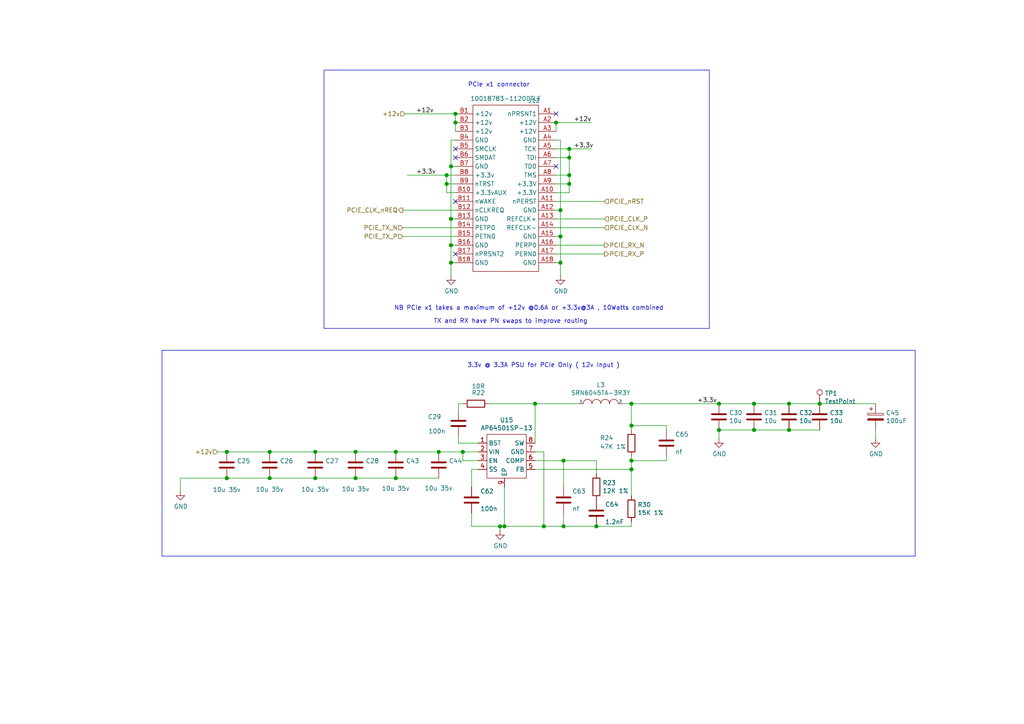
<source format=kicad_sch>
(kicad_sch (version 20211123) (generator eeschema)
  (paper "A4")
  (title_block (title "Compute Module 4 IO Board - PCIe") (rev "1") (company "(c) Raspberry Pi Trading 2020") (comment 1 "www.raspberrypi.org"))
  (lib_symbols
    (symbol "CM4IO:AP64351"
      (property "Reference" "U" (at 0 8.89 0))
      (property "Value" "AP64351" (at 1.27 6.35 0))
      (symbol "AP64351_0_1"
        (rectangle (start -5.08 5.08) (end 6.35 -7.62))
      )
      (symbol "AP64351_1_1"
        (pin passive line (at -7.62 2.54 0) (length 2.54) (name "BST") (number "1"))
        (pin power_in line (at -7.62 0 0) (length 2.54) (name "VIN") (number "2"))
        (pin input line (at -7.62 -2.54 0) (length 2.54) (name "EN") (number "3"))
        (pin input line (at -7.62 -5.08 0) (length 2.54) (name "SS") (number "4"))
        (pin input line (at 8.89 -5.08 180) (length 2.54) (name "FB") (number "5"))
        (pin input line (at 8.89 -2.54 180) (length 2.54) (name "COMP") (number "6"))
        (pin power_in line (at 8.89 0 180) (length 2.54) (name "GND") (number "7"))
        (pin output line (at 8.89 2.54 180) (length 2.54) (name "SW") (number "8"))
        (pin passive line (at 0 -10.16 90) (length 2.54) (name "EP") (number "9"))
      )
    )
    (symbol "CM4IO:PCIe-x1"
      (property "Reference" "J" (at -13.97 36.83 0))
      (property "Value" "PCIe-x1" (at -5.08 -13.97 0))
      (symbol "PCIe-x1_0_0"
        (pin passive line (at 10.16 33.02 180) (length 5.08) (name "nPRSNT1") (number "A1"))
        (pin power_in line (at 10.16 10.16 180) (length 5.08) (name "+3.3V") (number "A10"))
        (pin input line (at 10.16 7.62 180) (length 5.08) (name "nPERST") (number "A11"))
        (pin power_in line (at 10.16 5.08 180) (length 5.08) (name "GND") (number "A12"))
        (pin input line (at 10.16 2.54 180) (length 5.08) (name "REFCLK+") (number "A13"))
        (pin input line (at 10.16 0 180) (length 5.08) (name "REFCLK-") (number "A14"))
        (pin power_in line (at 10.16 -2.54 180) (length 5.08) (name "GND") (number "A15"))
        (pin output line (at 10.16 -5.08 180) (length 5.08) (name "PERP0") (number "A16"))
        (pin output line (at 10.16 -7.62 180) (length 5.08) (name "PERN0") (number "A17"))
        (pin power_in line (at 10.16 -10.16 180) (length 5.08) (name "GND") (number "A18"))
        (pin power_in line (at 10.16 30.48 180) (length 5.08) (name "+12V") (number "A2"))
        (pin power_in line (at 10.16 27.94 180) (length 5.08) (name "+12V") (number "A3"))
        (pin power_in line (at 10.16 25.4 180) (length 5.08) (name "GND") (number "A4"))
        (pin input line (at 10.16 22.86 180) (length 5.08) (name "TCK") (number "A5"))
        (pin input line (at 10.16 20.32 180) (length 5.08) (name "TDI") (number "A6"))
        (pin output line (at 10.16 17.78 180) (length 5.08) (name "TD0") (number "A7"))
        (pin input line (at 10.16 15.24 180) (length 5.08) (name "TMS") (number "A8"))
        (pin power_in line (at 10.16 12.7 180) (length 5.08) (name "+3.3V") (number "A9"))
        (pin power_in line (at -19.05 33.02 0) (length 5.08) (name "+12v") (number "B1"))
        (pin power_in line (at -19.05 10.16 0) (length 5.08) (name "+3.3vAUX") (number "B10"))
        (pin open_collector line (at -19.05 7.62 0) (length 5.08) (name "nWAKE") (number "B11"))
        (pin open_collector line (at -19.05 5.08 0) (length 5.08) (name "nCLKREQ") (number "B12"))
        (pin power_in line (at -19.05 2.54 0) (length 5.08) (name "GND") (number "B13"))
        (pin input line (at -19.05 0 0) (length 5.08) (name "PETP0") (number "B14"))
        (pin input line (at -19.05 -2.54 0) (length 5.08) (name "PETN0") (number "B15"))
        (pin power_in line (at -19.05 -5.08 0) (length 5.08) (name "GND") (number "B16"))
        (pin passive line (at -19.05 -7.62 0) (length 5.08) (name "nPRSNT2") (number "B17"))
        (pin power_in line (at -19.05 -10.16 0) (length 5.08) (name "GND") (number "B18"))
        (pin power_in line (at -19.05 30.48 0) (length 5.08) (name "+12v") (number "B2"))
        (pin power_in line (at -19.05 27.94 0) (length 5.08) (name "+12v") (number "B3"))
        (pin power_in line (at -19.05 25.4 0) (length 5.08) (name "GND") (number "B4"))
        (pin passive line (at -19.05 22.86 0) (length 5.08) (name "SMCLK") (number "B5"))
        (pin passive line (at -19.05 20.32 0) (length 5.08) (name "SMDAT") (number "B6"))
        (pin power_in line (at -19.05 17.78 0) (length 5.08) (name "GND") (number "B7"))
        (pin power_in line (at -19.05 15.24 0) (length 5.08) (name "+3.3v") (number "B8"))
        (pin input line (at -19.05 12.7 0) (length 5.08) (name "nTRST") (number "B9"))
      )
      (symbol "PCIe-x1_0_1"
        (rectangle (start -13.97 35.56) (end 5.08 -12.7))
      )
    )
    (symbol "Connector:TestPoint" (pin_numbers hide) (pin_names (offset 0.762) hide)
      (property "Reference" "TP" (at 0 6.858 0))
      (property "Value" "TestPoint" (at 0 5.08 0))
      (symbol "TestPoint_0_1"
        (circle (center 0 3.302) (radius 0.762))
      )
      (symbol "TestPoint_1_1"
        (pin passive line (at 0 0 90) (length 2.54) (name "1") (number "1"))
      )
    )
    (symbol "Device:C" (pin_numbers hide) (pin_names (offset 0.254))
      (property "Reference" "C" (at 0.635 2.54 0))
      (property "Value" "C" (at 0.635 -2.54 0))
      (symbol "C_0_1"
        (polyline (pts (xy -2.032 -0.762) (xy 2.032 -0.762)) (stroke (width 0.508)))
        (polyline (pts (xy -2.032 0.762) (xy 2.032 0.762)) (stroke (width 0.508)))
      )
      (symbol "C_1_1"
        (pin passive line (at 0 3.81 270) (length 2.794) (name "~") (number "1"))
        (pin passive line (at 0 -3.81 90) (length 2.794) (name "~") (number "2"))
      )
    )
    (symbol "Device:CP" (pin_numbers hide) (pin_names (offset 0.254))
      (property "Reference" "C" (at 0.635 2.54 0))
      (property "Value" "CP" (at 0.635 -2.54 0))
      (symbol "CP_0_1"
        (rectangle (start -2.286 0.508) (end 2.286 1.016))
        (polyline (pts (xy -1.778 2.286) (xy -0.762 2.286)))
        (polyline (pts (xy -1.27 2.794) (xy -1.27 1.778)))
        (rectangle (start 2.286 -0.508) (end -2.286 -1.016) (fill (type outline)))
      )
      (symbol "CP_1_1"
        (pin passive line (at 0 3.81 270) (length 2.794) (name "~") (number "1"))
        (pin passive line (at 0 -3.81 90) (length 2.794) (name "~") (number "2"))
      )
    )
    (symbol "Device:R" (pin_numbers hide) (pin_names (offset 0))
      (property "Reference" "R" (at 2.032 0 90))
      (property "Value" "R" (at 0 0 90))
      (symbol "R_0_1"
        (rectangle (start -1.016 -2.54) (end 1.016 2.54) (stroke (width 0.254)))
      )
      (symbol "R_1_1"
        (pin passive line (at 0 3.81 270) (length 1.27) (name "~") (number "1"))
        (pin passive line (at 0 -3.81 90) (length 1.27) (name "~") (number "2"))
      )
    )
    (symbol "power:GND" (power) (pin_names (offset 0))
      (property "Value" "GND" (at 0 -3.81 0))
      (symbol "GND_0_1"
        (polyline (pts (xy 0 0) (xy 0 -1.27) (xy 1.27 -1.27) (xy 0 -2.54) (xy -1.27 -1.27) (xy 0 -1.27)))
      )
      (symbol "GND_1_1"
        (pin power_in line (at 0 0 270) (length 0) hide (name "GND") (number "1"))
      )
    )
    (symbol "pspice:INDUCTOR" (pin_numbers hide) (pin_names (offset 0))
      (property "Reference" "L" (at 0 2.54 0))
      (property "Value" "INDUCTOR" (at 0 -1.27 0))
      (symbol "INDUCTOR_0_1"
        (arc (start -2.54 0) (mid -3.81 1.27) (end -5.08 0))
        (arc (start 0 0) (mid -1.27 1.27) (end -2.54 0))
        (arc (start 2.54 0) (mid 1.27 1.27) (end 0 0))
        (arc (start 5.08 0) (mid 3.81 1.27) (end 2.54 0))
      )
      (symbol "INDUCTOR_1_1"
        (pin input line (at -6.35 0 0) (length 1.27) (name "1") (number "1"))
        (pin input line (at 6.35 0 180) (length 1.27) (name "2") (number "2"))
      )
    )
  )
  (junction (at 183.134 117.094) (diameter 1.016))
  (junction (at 129.54 50.8) (diameter 1.016))
  (junction (at 183.134 133.604) (diameter 1.016))
  (junction (at 78.232 138.684) (diameter 1.016))
  (junction (at 132.08 35.56) (diameter 1.016))
  (junction (at 228.854 124.714) (diameter 1.016))
  (junction (at 129.54 53.34) (diameter 1.016))
  (junction (at 65.786 131.064) (diameter 1.016))
  (junction (at 132.08 33.02) (diameter 1.016))
  (junction (at 127.254 131.064) (diameter 1.016))
  (junction (at 165.1 43.18) (diameter 1.016))
  (junction (at 134.239 131.064) (diameter 1.016))
  (junction (at 218.694 117.094) (diameter 1.016))
  (junction (at 237.744 117.094) (diameter 1.016))
  (junction (at 183.134 136.144) (diameter 1.016))
  (junction (at 172.974 152.654) (diameter 1.016))
  (junction (at 163.449 133.604) (diameter 1.016))
  (junction (at 228.854 117.094) (diameter 1.016))
  (junction (at 165.1 50.8) (diameter 1.016))
  (junction (at 162.56 76.2) (diameter 1.016))
  (junction (at 103.124 131.064) (diameter 1.016))
  (junction (at 78.232 131.064) (diameter 1.016))
  (junction (at 165.1 53.34) (diameter 1.016))
  (junction (at 130.81 71.12) (diameter 1.016))
  (junction (at 103.124 138.684) (diameter 1.016))
  (junction (at 130.81 63.5) (diameter 1.016))
  (junction (at 157.734 152.654) (diameter 1.016))
  (junction (at 146.304 152.654) (diameter 1.016))
  (junction (at 130.81 48.26) (diameter 1.016))
  (junction (at 183.134 123.444) (diameter 1.016))
  (junction (at 208.534 117.094) (diameter 1.016))
  (junction (at 91.44 131.064) (diameter 1.016))
  (junction (at 162.56 60.96) (diameter 1.016))
  (junction (at 145.034 152.654) (diameter 1.016))
  (junction (at 114.808 138.684) (diameter 1.016))
  (junction (at 163.449 152.654) (diameter 1.016))
  (junction (at 161.29 35.56) (diameter 1.016))
  (junction (at 91.44 138.684) (diameter 1.016))
  (junction (at 162.56 68.58) (diameter 1.016))
  (junction (at 114.808 131.064) (diameter 1.016))
  (junction (at 65.786 138.684) (diameter 1.016))
  (junction (at 155.194 117.094) (diameter 1.016))
  (junction (at 208.534 124.714) (diameter 1.016))
  (junction (at 165.1 45.72) (diameter 1.016))
  (junction (at 130.81 76.2) (diameter 1.016))
  (junction (at 218.694 124.714) (diameter 1.016))
  (no_connect (at 132.08 45.72))
  (no_connect (at 132.08 58.42))
  (no_connect (at 161.29 48.26))
  (no_connect (at 132.08 43.18))
  (no_connect (at 132.08 73.66))
  (no_connect (at 161.29 33.02))
  (wire (pts (xy 161.29 73.66) (xy 175.26 73.66)))
  (wire (pts (xy 63.119 131.064) (xy 65.786 131.064)))
  (wire (pts (xy 161.29 38.1) (xy 161.29 35.56)))
  (polyline (pts (xy 265.43 101.6) (xy 265.43 161.29)) (stroke (width 0) (type solid)))
  (wire (pts (xy 183.134 123.444) (xy 193.294 123.444)))
  (wire (pts (xy 136.779 136.144) (xy 136.779 141.224)))
  (wire (pts (xy 163.449 133.604) (xy 163.449 141.224)))
  (wire (pts (xy 129.54 50.8) (xy 132.08 50.8)))
  (wire (pts (xy 183.134 117.094) (xy 183.134 123.444)))
  (wire (pts (xy 161.29 40.64) (xy 162.56 40.64)))
  (wire (pts (xy 180.594 117.094) (xy 183.134 117.094)))
  (wire (pts (xy 130.81 40.64) (xy 130.81 48.26)))
  (wire (pts (xy 78.232 131.064) (xy 91.44 131.064)))
  (wire (pts (xy 162.56 40.64) (xy 162.56 60.96)))
  (polyline (pts (xy 205.74 20.32) (xy 205.74 95.25)) (stroke (width 0) (type solid)))
  (wire (pts (xy 237.744 124.714) (xy 228.854 124.714)))
  (wire (pts (xy 127.254 131.064) (xy 134.239 131.064)))
  (wire (pts (xy 228.854 117.094) (xy 237.744 117.094)))
  (wire (pts (xy 218.694 117.094) (xy 228.854 117.094)))
  (wire (pts (xy 161.29 58.42) (xy 175.26 58.42)))
  (wire (pts (xy 161.29 55.88) (xy 165.1 55.88)))
  (wire (pts (xy 117.475 33.02) (xy 132.08 33.02)))
  (wire (pts (xy 132.969 118.999) (xy 132.969 117.094)))
  (wire (pts (xy 162.56 68.58) (xy 162.56 76.2)))
  (wire (pts (xy 130.81 71.12) (xy 130.81 76.2)))
  (wire (pts (xy 183.134 152.654) (xy 183.134 151.384)))
  (polyline (pts (xy 46.99 101.6) (xy 265.43 101.6)) (stroke (width 0) (type solid)))
  (wire (pts (xy 253.9492 124.714) (xy 253.9492 127.254)))
  (wire (pts (xy 161.29 66.04) (xy 175.26 66.04)))
  (wire (pts (xy 138.684 136.144) (xy 136.779 136.144)))
  (wire (pts (xy 52.324 138.684) (xy 65.786 138.684)))
  (wire (pts (xy 183.134 117.094) (xy 208.534 117.094)))
  (wire (pts (xy 165.1 45.72) (xy 165.1 50.8)))
  (wire (pts (xy 129.54 55.88) (xy 132.08 55.88)))
  (wire (pts (xy 218.694 124.714) (xy 208.534 124.714)))
  (wire (pts (xy 162.56 76.2) (xy 161.29 76.2)))
  (wire (pts (xy 130.81 63.5) (xy 130.81 71.12)))
  (wire (pts (xy 237.744 117.094) (xy 253.9492 117.094)))
  (wire (pts (xy 132.08 35.56) (xy 132.08 33.02)))
  (wire (pts (xy 52.324 138.684) (xy 52.324 142.494)))
  (wire (pts (xy 165.1 43.18) (xy 171.45 43.18)))
  (wire (pts (xy 163.449 133.604) (xy 172.974 133.604)))
  (wire (pts (xy 132.08 38.1) (xy 132.08 35.56)))
  (wire (pts (xy 161.29 68.58) (xy 162.56 68.58)))
  (wire (pts (xy 157.734 131.064) (xy 157.734 152.654)))
  (wire (pts (xy 136.779 152.654) (xy 145.034 152.654)))
  (wire (pts (xy 114.808 138.684) (xy 127.254 138.684)))
  (wire (pts (xy 161.29 35.56) (xy 171.45 35.56)))
  (wire (pts (xy 163.449 152.654) (xy 172.974 152.654)))
  (wire (pts (xy 129.54 53.34) (xy 132.08 53.34)))
  (wire (pts (xy 155.194 136.144) (xy 183.134 136.144)))
  (wire (pts (xy 129.54 53.34) (xy 129.54 55.88)))
  (wire (pts (xy 134.239 131.064) (xy 134.239 133.604)))
  (wire (pts (xy 132.969 117.094) (xy 134.239 117.094)))
  (wire (pts (xy 165.1 43.18) (xy 165.1 45.72)))
  (wire (pts (xy 118.11 50.8) (xy 129.54 50.8)))
  (wire (pts (xy 132.08 60.96) (xy 116.84 60.96)))
  (wire (pts (xy 141.859 117.094) (xy 155.194 117.094)))
  (wire (pts (xy 103.124 138.684) (xy 114.808 138.684)))
  (polyline (pts (xy 93.98 95.25) (xy 93.98 20.32)) (stroke (width 0) (type solid)))
  (wire (pts (xy 162.56 60.96) (xy 162.56 68.58)))
  (wire (pts (xy 157.734 152.654) (xy 163.449 152.654)))
  (wire (pts (xy 65.786 138.684) (xy 78.232 138.684)))
  (wire (pts (xy 165.1 50.8) (xy 165.1 53.34)))
  (wire (pts (xy 132.08 71.12) (xy 130.81 71.12)))
  (wire (pts (xy 129.54 50.8) (xy 129.54 53.34)))
  (wire (pts (xy 193.294 123.444) (xy 193.294 124.714)))
  (wire (pts (xy 161.29 43.18) (xy 165.1 43.18)))
  (wire (pts (xy 146.304 152.654) (xy 157.734 152.654)))
  (wire (pts (xy 65.786 131.064) (xy 78.232 131.064)))
  (wire (pts (xy 132.08 40.64) (xy 130.81 40.64)))
  (wire (pts (xy 208.534 117.094) (xy 218.694 117.094)))
  (wire (pts (xy 145.034 153.924) (xy 145.034 152.654)))
  (wire (pts (xy 208.534 124.714) (xy 208.534 127.254)))
  (wire (pts (xy 155.194 133.604) (xy 163.449 133.604)))
  (wire (pts (xy 155.194 117.094) (xy 155.194 128.524)))
  (wire (pts (xy 163.449 148.844) (xy 163.449 152.654)))
  (wire (pts (xy 172.974 137.414) (xy 172.974 133.604)))
  (wire (pts (xy 132.08 68.58) (xy 116.84 68.58)))
  (wire (pts (xy 130.81 76.2) (xy 130.81 80.01)))
  (polyline (pts (xy 205.74 95.25) (xy 93.98 95.25)) (stroke (width 0) (type solid)))
  (wire (pts (xy 136.779 148.844) (xy 136.779 152.654)))
  (wire (pts (xy 78.232 138.684) (xy 91.44 138.684)))
  (wire (pts (xy 132.08 63.5) (xy 130.81 63.5)))
  (wire (pts (xy 132.969 126.619) (xy 132.969 128.524)))
  (wire (pts (xy 91.44 138.684) (xy 103.124 138.684)))
  (wire (pts (xy 165.1 55.88) (xy 165.1 53.34)))
  (wire (pts (xy 132.08 66.04) (xy 116.84 66.04)))
  (wire (pts (xy 161.29 53.34) (xy 165.1 53.34)))
  (wire (pts (xy 155.194 117.094) (xy 167.894 117.094)))
  (polyline (pts (xy 265.43 161.29) (xy 46.99 161.29)) (stroke (width 0) (type solid)))
  (wire (pts (xy 183.134 136.144) (xy 183.134 143.764)))
  (wire (pts (xy 161.29 71.12) (xy 175.26 71.12)))
  (wire (pts (xy 183.134 132.334) (xy 183.134 133.604)))
  (wire (pts (xy 130.81 48.26) (xy 130.81 63.5)))
  (wire (pts (xy 130.81 76.2) (xy 132.08 76.2)))
  (wire (pts (xy 91.44 131.064) (xy 103.124 131.064)))
  (wire (pts (xy 146.304 141.224) (xy 146.304 152.654)))
  (wire (pts (xy 132.08 48.26) (xy 130.81 48.26)))
  (wire (pts (xy 161.29 60.96) (xy 162.56 60.96)))
  (wire (pts (xy 114.808 131.064) (xy 127.254 131.064)))
  (wire (pts (xy 183.134 133.604) (xy 183.134 136.144)))
  (wire (pts (xy 145.034 152.654) (xy 146.304 152.654)))
  (wire (pts (xy 134.239 133.604) (xy 138.684 133.604)))
  (wire (pts (xy 162.56 76.2) (xy 162.56 80.01)))
  (wire (pts (xy 161.29 45.72) (xy 165.1 45.72)))
  (wire (pts (xy 161.29 63.5) (xy 175.26 63.5)))
  (wire (pts (xy 132.969 128.524) (xy 138.684 128.524)))
  (wire (pts (xy 183.134 123.444) (xy 183.134 124.714)))
  (wire (pts (xy 193.294 133.604) (xy 193.294 132.334)))
  (polyline (pts (xy 93.98 20.32) (xy 205.74 20.32)) (stroke (width 0) (type solid)))
  (wire (pts (xy 134.239 131.064) (xy 138.684 131.064)))
  (wire (pts (xy 183.134 133.604) (xy 193.294 133.604)))
  (wire (pts (xy 172.974 152.654) (xy 183.134 152.654)))
  (wire (pts (xy 103.124 131.064) (xy 114.808 131.064)))
  (wire (pts (xy 155.194 131.064) (xy 157.734 131.064)))
  (wire (pts (xy 161.29 50.8) (xy 165.1 50.8)))
  (polyline (pts (xy 46.99 101.6) (xy 46.99 161.29)) (stroke (width 0) (type solid)))
  (wire (pts (xy 228.854 124.714) (xy 218.694 124.714)))
  (text "3.3v @ 3.3A PSU for PCIe Only ( 12v Input )\n\n" (at 135.509 108.839 0) (effects (font (size 1.27 1.27)) (justify left bottom)))
  (text "TX and RX have PN swaps to improve routing\n" (at 125.73 93.98 0) (effects (font (size 1.27 1.27)) (justify left bottom)))
  (text "PCIe x1 connector" (at 153.67 25.4 180) (effects (font (size 1.27 1.27)) (justify right bottom)))
  (text "NB PCIe x1 takes a maximum of +12v @0.6A or +3.3v@3A , 10Watts combined" (at 114.3 90.17 0) (effects (font (size 1.27 1.27)) (justify left bottom)))
  (label "+12v" (at 120.65 33.02 0))
  (label "+3.3v" (at 166.37 43.18 0))
  (label "+3.3v" (at 202.184 117.094 0))
  (label "+12v" (at 166.37 35.56 0))
  (label "+3.3v" (at 120.65 50.8 0))
  (hierarchical_label "PCIE_nRST" (shape input) (at 175.26 58.42 0))
  (hierarchical_label "PCIE_TX_P" (shape input) (at 116.84 68.58 180))
  (hierarchical_label "PCIE_RX_P" (shape output) (at 175.26 73.66 0))
  (hierarchical_label "PCIE_CLK_nREQ" (shape output) (at 116.84 60.96 180))
  (hierarchical_label "+12v" (shape input) (at 63.119 131.064 180))
  (hierarchical_label "PCIE_RX_N" (shape output) (at 175.26 71.12 0))
  (hierarchical_label "PCIE_TX_N" (shape input) (at 116.84 66.04 180))
  (hierarchical_label "PCIE_CLK_P" (shape input) (at 175.26 63.5 0))
  (hierarchical_label "PCIE_CLK_N" (shape input) (at 175.26 66.04 0))
  (hierarchical_label "+12v" (shape input) (at 117.475 33.02 180))
  (symbol (lib_id "power:GND") (at 130.81 80.01 0) (unit 1)
    (property "Reference" "#PWR?" (effects hide))
    (property "Value" "GND" (at 130.937 84.4042 0))
  )
  (symbol (lib_id "power:GND") (at 52.324 142.494 0) (unit 1)
    (property "Reference" "#PWR?" (effects hide))
    (property "Value" "GND" (at 52.451 146.8882 0))
  )
  (symbol (lib_id "Device:C") (at 208.534 120.904 0) (unit 1)
    (property "Reference" "C30" (at 211.455 119.7356 0) (effects (justify left)))
    (property "Value" "10u" (at 211.455 122.047 0) (effects (justify left)))
    (property "Footprint" "Capacitor_SMD:C_0805_2012Metric" (effects hide))
    (property "Datasheet" "https://search.murata.co.jp/Ceramy/image/img/A01X/G101/ENG/GRM21BR71A106KA73-01.pdf" (effects hide))
    (property "Field5" "490-14381-1-ND" (effects hide))
    (property "Field4" "Digikey" (effects hide))
    (property "Field6" "GRM21BR71A106KA73L" (effects hide))
    (property "Field7" "Murata" (effects hide))
    (property "Part Description" "	10uF 10% 10V Ceramic Capacitor X7R 0805 (2012 Metric)" (effects hide))
    (property "Field8" "111893011" (effects hide))
  )
  (symbol (lib_id "Device:C") (at 218.694 120.904 0) (unit 1)
    (property "Reference" "C31" (at 221.615 119.7356 0) (effects (justify left)))
    (property "Value" "10u" (at 221.615 122.047 0) (effects (justify left)))
    (property "Footprint" "Capacitor_SMD:C_0805_2012Metric" (effects hide))
    (property "Datasheet" "https://search.murata.co.jp/Ceramy/image/img/A01X/G101/ENG/GRM21BR71A106KA73-01.pdf" (effects hide))
    (property "Field5" "490-14381-1-ND" (effects hide))
    (property "Field4" "Digikey" (effects hide))
    (property "Field6" "GRM21BR71A106KA73L" (effects hide))
    (property "Field7" "Murata" (effects hide))
    (property "Part Description" "	10uF 10% 10V Ceramic Capacitor X7R 0805 (2012 Metric)" (effects hide))
    (property "Field8" "111893011" (effects hide))
  )
  (symbol (lib_id "Device:C") (at 228.854 120.904 0) (unit 1)
    (property "Reference" "C32" (at 231.775 119.7356 0) (effects (justify left)))
    (property "Value" "10u" (at 231.775 122.047 0) (effects (justify left)))
    (property "Footprint" "Capacitor_SMD:C_0805_2012Metric" (effects hide))
    (property "Datasheet" "https://search.murata.co.jp/Ceramy/image/img/A01X/G101/ENG/GRM21BR71A106KA73-01.pdf" (effects hide))
    (property "Field5" "490-14381-1-ND" (effects hide))
    (property "Field4" "Digikey" (effects hide))
    (property "Field6" "GRM21BR71A106KA73L" (effects hide))
    (property "Field7" "Murata" (effects hide))
    (property "Part Description" "	10uF 10% 10V Ceramic Capacitor X7R 0805 (2012 Metric)" (effects hide))
    (property "Field8" "111893011" (effects hide))
  )
  (symbol (lib_id "Device:C") (at 237.744 120.904 0) (unit 1)
    (property "Reference" "C33" (at 240.665 119.7356 0) (effects (justify left)))
    (property "Value" "10u" (at 240.665 122.047 0) (effects (justify left)))
    (property "Footprint" "Capacitor_SMD:C_0805_2012Metric" (effects hide))
    (property "Datasheet" "https://search.murata.co.jp/Ceramy/image/img/A01X/G101/ENG/GRM21BR71A106KA73-01.pdf" (effects hide))
    (property "Field5" "490-14381-1-ND" (effects hide))
    (property "Field4" "Digikey" (effects hide))
    (property "Field6" "GRM21BR71A106KA73L" (effects hide))
    (property "Field7" "Murata" (effects hide))
    (property "Part Description" "	10uF 10% 10V Ceramic Capacitor X7R 0805 (2012 Metric)" (effects hide))
    (property "Field8" "111893011" (effects hide))
  )
  (symbol (lib_id "power:GND") (at 162.56 80.01 0) (unit 1)
    (property "Reference" "#PWR?" (effects hide))
    (property "Value" "GND" (at 162.687 84.4042 0))
  )
  (symbol (lib_id "Device:R") (at 183.134 147.574 0) (unit 1)
    (property "Reference" "R30" (at 184.912 146.4056 0) (effects (justify left)))
    (property "Value" "15K 1%" (at 184.912 148.717 0) (effects (justify left)))
    (property "Footprint" "Resistor_SMD:R_0402_1005Metric" (effects hide))
    (property "Datasheet" "https://fscdn.rohm.com/en/products/databook/datasheet/passive/resistor/chip_resistor/mcr-e.pdf" (effects hide))
    (property "Field4" "Farnell" (effects hide))
    (property "Field5" "9239375" (effects hide))
    (property "Field6" "MCR01MZPF1502" (effects hide))
    (property "Field7" "Rohm" (effects hide))
    (property "Part Description" "Resistor 15K M1005 1% 63mW" (effects hide))
    (property "Field8" "120891581" (effects hide))
  )
  (symbol (lib_id "Device:C") (at 172.974 148.844 0) (unit 1)
    (property "Reference" "C64" (at 175.514 146.304 0) (effects (justify left)))
    (property "Value" "1.2nF" (at 175.514 151.384 0) (effects (justify left)))
    (property "Footprint" "Capacitor_SMD:C_0402_1005Metric" (effects hide))
    (property "Datasheet" "http://www.farnell.com/datasheets/2734135.pdf?_ga=2.259347658.1738794919.1588350964-1787849031.1568210898&_gac=1.15394434.1588350964.EAIaIQobChMIgrHHs4yT6QIVxevtCh39TA_nEAAYASAAEgK8PfD_BwE" (effects hide))
    (property "Field4" "Digikey" (effects hide))
    (property "Field5" "490-16429-1-ND" (effects hide))
    (property "Field6" "GCM155R71H122KA37D" (effects hide))
    (property "Field7" "Murata" (effects hide))
    (property "Part Description" "1200pF 10% 10V Ceramic Capacitor X5R 0402 (1005 Metric)" (effects hide))
  )
  (symbol (lib_id "Device:C") (at 163.449 145.034 0) (unit 1)
    (property "Reference" "C63" (at 165.989 142.494 0) (effects (justify left)))
    (property "Value" "nf" (at 165.989 147.574 0) (effects (justify left)))
    (property "Footprint" "Capacitor_SMD:C_0402_1005Metric" (effects hide))
  )
  (symbol (lib_id "CM4IO:AP64351") (at 146.304 131.064 0) (unit 1)
    (property "Reference" "U15" (at 146.939 121.8184 0))
    (property "Value" "AP64501SP-13" (at 146.939 124.1298 0))
    (property "Footprint" "Package_SO:SOIC-8-1EP_3.9x4.9mm_P1.27mm_EP2.95x4.9mm_Mask2.71x3.4mm_ThermalVias" (effects hide))
    (property "Datasheet" "https://www.diodes.com/assets/Datasheets/AP64501.pdf" (effects hide))
    (property "Field4" "Digikey" (effects hide))
    (property "Field5" "31-AP64501SP-13CT-ND" (effects hide))
    (property "Field6" "AP64501SP-13" (effects hide))
    (property "Field7" "Diodes" (effects hide))
    (property "Part Description" "Buck Switching Regulator IC Positive Adjustable 0.8V 1 Output 5A 8-SOIC (0.154\", 3.90mm Width) Exposed Pad" (effects hide))
  )
  (symbol (lib_id "Device:C") (at 132.969 122.809 0) (unit 1)
    (property "Reference" "C29" (at 124.079 120.904 0) (effects (justify left)))
    (property "Value" "100n" (at 124.2314 125.0696 0) (effects (justify left)))
    (property "Footprint" "Capacitor_SMD:C_0402_1005Metric" (effects hide))
    (property "Datasheet" "https://search.murata.co.jp/Ceramy/image/img/A01X/G101/ENG/GRM155R71C104KA88-01.pdf" (effects hide))
    (property "Field4" "Farnell" (effects hide))
    (property "Field5" "2611911" (effects hide))
    (property "Field6" "RM EMK105 B7104KV-F" (effects hide))
    (property "Field7" "TAIYO YUDEN EUROPE GMBH" (effects hide))
    (property "Part Description" "	0.1uF 10% 16V Ceramic Capacitor X7R 0402 (1005 Metric)" (effects hide))
    (property "Field8" "110091611" (effects hide))
  )
  (symbol (lib_id "Device:C") (at 136.779 145.034 0) (unit 1)
    (property "Reference" "C62" (at 139.319 142.494 0) (effects (justify left)))
    (property "Value" "100n" (at 139.319 147.574 0) (effects (justify left)))
    (property "Footprint" "Capacitor_SMD:C_0402_1005Metric" (effects hide))
    (property "Datasheet" "https://search.murata.co.jp/Ceramy/image/img/A01X/G101/ENG/GRM155R71C104KA88-01.pdf" (effects hide))
    (property "Field4" "Farnell" (effects hide))
    (property "Field5" "2611911" (effects hide))
    (property "Field6" "RM EMK105 B7104KV-F" (effects hide))
    (property "Field7" "TAIYO YUDEN EUROPE GMBH" (effects hide))
    (property "Part Description" "	0.1uF 10% 16V Ceramic Capacitor X7R 0402 (1005 Metric)" (effects hide))
    (property "Field8" "110091611" (effects hide))
  )
  (symbol (lib_id "power:GND") (at 145.034 153.924 0) (unit 1)
    (property "Reference" "#PWR?" (effects hide))
    (property "Value" "GND" (at 145.161 158.3182 0))
  )
  (symbol (lib_id "Device:R") (at 138.049 117.094 270) (unit 1)
    (property "Reference" "R22" (at 136.779 113.919 90) (effects (justify left)))
    (property "Value" "10R" (at 136.779 112.014 90) (effects (justify left)))
    (property "Footprint" "Resistor_SMD:R_0402_1005Metric" (effects hide))
    (property "Datasheet" "https://fscdn.rohm.com/en/products/databook/datasheet/passive/resistor/chip_resistor/mcr-e.pdf" (effects hide))
    (property "Field4" "Farnell" (effects hide))
    (property "Field5" "9238999" (effects hide))
    (property "Field7" "Yageo" (effects hide))
    (property "Field6" "RC0402FR-0710RL" (effects hide))
    (property "Field8" "URES00256" (effects hide))
    (property "Part Description" "Resistor 10R M1005 1% 63mW" (effects hide))
  )
  (symbol (lib_id "Device:C") (at 193.294 128.524 0) (unit 1)
    (property "Reference" "C65" (at 195.834 125.984 0) (effects (justify left)))
    (property "Value" "nf" (at 195.834 131.064 0) (effects (justify left)))
    (property "Footprint" "Capacitor_SMD:C_0402_1005Metric" (effects hide))
    (property "Datasheet" "https://search.murata.co.jp/Ceramy/image/img/A01X/G101/ENG/GJM1555C1H270JB01-01.pdf" (effects hide))
    (property "Field4" "Digikey" (effects hide))
    (property "Field5" "	490-17672-2-ND" (effects hide))
    (property "Field6" "GJM1555C1H270JB01D" (effects hide))
    (property "Field7" "Murata" (effects hide))
    (property "Part Description" "	27pF 5% 50V Ceramic Capacitor C0G, NP0 0402 (1005 Metric)" (effects hide))
  )
  (symbol (lib_id "pspice:INDUCTOR") (at 174.244 117.094 0) (unit 1)
    (property "Reference" "L3" (at 174.244 111.633 0))
    (property "Value" "SRN6045TA-3R3Y" (at 174.244 113.9444 0))
    (property "Footprint" "Inductor_SMD:L_Bourns_SRN6045TA" (effects hide))
    (property "Datasheet" "https://www.bourns.com/docs/Product-Datasheets/SRN6045TA.pdf" (effects hide))
    (property "Field4" "Farnell" (effects hide))
    (property "Field5" "2616889" (effects hide))
    (property "Field6" "SRN6045TA-3R3Y" (effects hide))
    (property "Field7" "Bourns" (effects hide))
    (property "Part Description" "3.3µH Semi-Shielded Wirewound Inductor 7.8A 21mOhm Nonstandard" (effects hide))
  )
  (symbol (lib_id "Device:R") (at 172.974 141.224 0) (unit 1)
    (property "Reference" "R23" (at 174.752 140.0556 0) (effects (justify left)))
    (property "Value" "12K 1%" (at 174.752 142.367 0) (effects (justify left)))
    (property "Footprint" "Resistor_SMD:R_0402_1005Metric" (effects hide))
    (property "Datasheet" "https://fscdn.rohm.com/en/products/databook/datasheet/passive/resistor/chip_resistor/mcr-e.pdf" (effects hide))
    (property "Field4" "Farnell" (effects hide))
    (property "Field5" "9239367" (effects hide))
    (property "Field7" "Rohm" (effects hide))
    (property "Field6" "MCR01MZPF1202" (effects hide))
    (property "Part Description" "Resistor 12K M1005 1% 63mW" (effects hide))
  )
  (symbol (lib_id "Device:R") (at 183.134 128.524 0) (unit 1)
    (property "Reference" "R24" (at 173.99 127 0) (effects (justify left)))
    (property "Value" "47K 1%" (at 173.99 129.54 0) (effects (justify left)))
    (property "Footprint" "Resistor_SMD:R_0402_1005Metric" (effects hide))
    (property "Datasheet" "https://fscdn.rohm.com/en/products/databook/datasheet/passive/resistor/chip_resistor/mcr-e.pdf" (effects hide))
    (property "Field4" "Farnell" (effects hide))
    (property "Field5" "9239430" (effects hide))
    (property "Field7" "KOA EUROPE GMBH" (effects hide))
    (property "Field6" "RK73G1ETQTP4702D  " (effects hide))
    (property "Part Description" "Resistor 47K M1005 1% 63mW" (effects hide))
    (property "Field8" "120892781" (effects hide))
  )
  (symbol (lib_id "power:GND") (at 208.534 127.254 0) (unit 1)
    (property "Reference" "#PWR?" (effects hide))
    (property "Value" "GND" (at 208.661 131.6482 0))
  )
  (symbol (lib_id "Connector:TestPoint") (at 237.744 117.094 0) (unit 1)
    (property "Reference" "TP1" (at 239.2172 114.0968 0) (effects (justify left)))
    (property "Value" "TestPoint" (at 239.2172 116.4082 0) (effects (justify left)))
    (property "Footprint" "TestPoint:TestPoint_Pad_2.0x2.0mm" (effects hide))
    (property "Field4" "nf" (effects hide))
    (property "Field5" "nf" (effects hide))
    (property "Field6" "nf" (effects hide))
    (property "Field7" "nf" (effects hide))
  )
  (symbol (lib_id "Device:CP") (at 253.9492 120.904 0) (unit 1)
    (property "Reference" "C45" (at 256.9466 119.7614 0) (effects (justify left)))
    (property "Value" "100uF" (at 256.946 122.047 0) (effects (justify left)))
    (property "Footprint" "Capacitor_Tantalum_SMD:CP_EIA-7343-31_Kemet-D" (effects hide))
    (property "Field4" "Mouser" (effects hide))
    (property "Field5" "667-EEF-CX0J101R" (effects hide))
    (property "Part Description" "Capacitor, SP-Cap, 100u, 6.3V, 15mR ESR" (effects hide))
  )
  (symbol (lib_id "Device:C") (at 127.254 134.874 0) (unit 1)
    (property "Reference" "C44" (at 130.175 133.7056 0) (effects (justify left)))
    (property "Value" "10u 35v" (at 123.1392 141.605 0) (effects (justify left)))
    (property "Footprint" "Capacitor_SMD:C_0805_2012Metric" (effects hide))
    (property "Datasheet" "https://www.murata.com/en-global/products/productdetail.aspx?partno=GRM21BC8YA106ME11%23" (effects hide))
    (property "Field5" "490-10505-1-ND" (effects hide))
    (property "Field4" "Digikey" (effects hide))
    (property "Field6" "GRM21BC8YA106KE11L " (effects hide))
    (property "Field7" "Murata" (effects hide))
    (property "Part Description" "	10uF 10% or 20% 35V Ceramic Capacitor X6S 0805 (2012 Metric)" (effects hide))
  )
  (symbol (lib_id "Device:C") (at 114.808 134.874 0) (unit 1)
    (property "Reference" "C43" (at 117.729 133.7056 0) (effects (justify left)))
    (property "Value" "10u 35v" (at 110.6932 141.6812 0) (effects (justify left)))
    (property "Footprint" "Capacitor_SMD:C_0805_2012Metric" (effects hide))
    (property "Datasheet" "https://www.murata.com/en-global/products/productdetail.aspx?partno=GRM21BC8YA106ME11%23" (effects hide))
    (property "Field5" "490-10505-1-ND" (effects hide))
    (property "Field4" "Digikey" (effects hide))
    (property "Field6" "GRM21BC8YA106KE11L " (effects hide))
    (property "Field7" "Murata" (effects hide))
    (property "Part Description" "	10uF 10% or 20% 35V Ceramic Capacitor X6S 0805 (2012 Metric)" (effects hide))
  )
  (symbol (lib_id "Device:C") (at 103.124 134.874 0) (unit 1)
    (property "Reference" "C28" (at 106.045 133.7056 0) (effects (justify left)))
    (property "Value" "10u 35v" (at 99.0854 141.8336 0) (effects (justify left)))
    (property "Footprint" "Capacitor_SMD:C_0805_2012Metric" (effects hide))
    (property "Datasheet" "https://www.murata.com/en-global/products/productdetail.aspx?partno=GRM21BC8YA106ME11%23" (effects hide))
    (property "Field5" "490-10505-1-ND" (effects hide))
    (property "Field4" "Digikey" (effects hide))
    (property "Field6" "GRM21BC8YA106KE11L " (effects hide))
    (property "Field7" "Murata" (effects hide))
    (property "Part Description" "	10uF 10% or 20% 35V Ceramic Capacitor X6S 0805 (2012 Metric)" (effects hide))
  )
  (symbol (lib_id "Device:C") (at 91.44 134.874 0) (unit 1)
    (property "Reference" "C27" (at 94.361 133.7056 0) (effects (justify left)))
    (property "Value" "10u 35v" (at 87.3252 141.9606 0) (effects (justify left)))
    (property "Footprint" "Capacitor_SMD:C_0805_2012Metric" (effects hide))
    (property "Datasheet" "https://www.murata.com/en-global/products/productdetail.aspx?partno=GRM21BC8YA106ME11%23" (effects hide))
    (property "Field5" "490-10505-1-ND" (effects hide))
    (property "Field4" "Digikey" (effects hide))
    (property "Field6" "GRM21BC8YA106KE11L " (effects hide))
    (property "Field7" "Murata" (effects hide))
    (property "Part Description" "	10uF 10% or 20% 35V Ceramic Capacitor X6S 0805 (2012 Metric)" (effects hide))
  )
  (symbol (lib_id "Device:C") (at 78.232 134.874 0) (unit 1)
    (property "Reference" "C26" (at 81.153 133.7056 0) (effects (justify left)))
    (property "Value" "10u 35v" (at 74.1426 141.9606 0) (effects (justify left)))
    (property "Footprint" "Capacitor_SMD:C_0805_2012Metric" (effects hide))
    (property "Datasheet" "https://www.murata.com/en-global/products/productdetail.aspx?partno=GRM21BC8YA106ME11%23" (effects hide))
    (property "Field5" "490-10505-1-ND" (effects hide))
    (property "Field4" "Digikey" (effects hide))
    (property "Field6" "GRM21BC8YA106KE11L " (effects hide))
    (property "Field7" "Murata" (effects hide))
    (property "Part Description" "	10uF 10% or 20% 35V Ceramic Capacitor X6S 0805 (2012 Metric)" (effects hide))
  )
  (symbol (lib_id "Device:C") (at 65.786 134.874 0) (unit 1)
    (property "Reference" "C25" (at 68.707 133.7056 0) (effects (justify left)))
    (property "Value" "10u 35v" (at 61.6966 142.0368 0) (effects (justify left)))
    (property "Footprint" "Capacitor_SMD:C_0805_2012Metric" (effects hide))
    (property "Datasheet" "https://www.murata.com/en-global/products/productdetail.aspx?partno=GRM21BC8YA106ME11%23" (effects hide))
    (property "Field5" "490-10505-1-ND" (effects hide))
    (property "Field4" "Digikey" (effects hide))
    (property "Field6" "GRM21BC8YA106KE11L " (effects hide))
    (property "Field7" "Murata" (effects hide))
    (property "Part Description" "	10uF 10% or 20% 35V Ceramic Capacitor X6S 0805 (2012 Metric)" (effects hide))
  )
  (symbol (lib_id "CM4IO:PCIe-x1") (at 151.13 66.04 0) (unit 1)
    (property "Reference" "J12" (at 154.94 29.21 0))
    (property "Value" "10018783-11200TLF" (at 146.685 28.6004 0))
    (property "Footprint" "CM4IO:PCIex1-36" (effects hide))
    (property "Datasheet" "https://www.mouser.co.uk/datasheet/2/18/10018783-1525093.pdf" (effects hide))
    (property "Field4" "Mouser" (effects hide))
    (property "Field5" "649-10018783-1200TLF" (effects hide))
    (property "Part Description" "PCI Express/PCI Connectors PCIE THROUGH HOLE 36P" (effects hide))
    (property "Field6" "10018783-11200TLF" (effects hide))
    (property "Field7" "Amphenol FCI" (effects hide))
  )
  (symbol (lib_id "power:GND") (at 253.9492 127.254 0) (unit 1)
    (property "Reference" "#PWR?" (effects hide))
    (property "Value" "GND" (at 254.0762 131.6482 0))
  )
)
</source>
